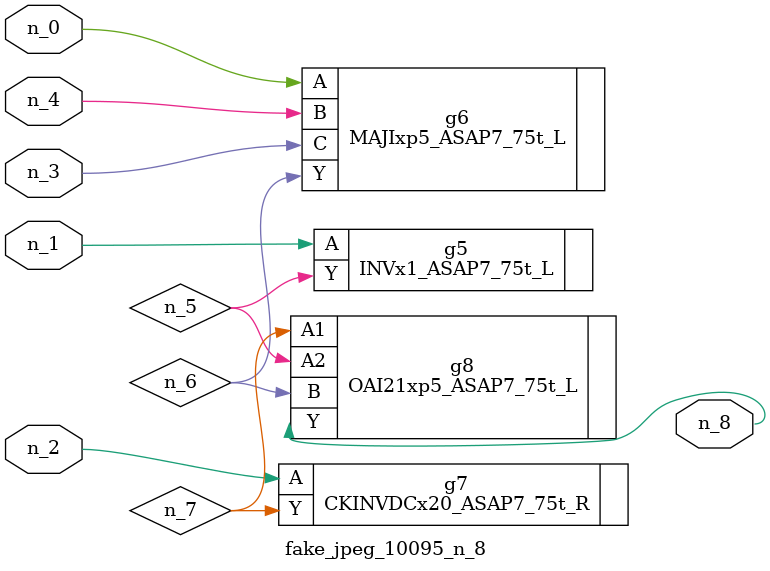
<source format=v>
module fake_jpeg_10095_n_8 (n_3, n_2, n_1, n_0, n_4, n_8);

input n_3;
input n_2;
input n_1;
input n_0;
input n_4;

output n_8;

wire n_6;
wire n_5;
wire n_7;

INVx1_ASAP7_75t_L g5 ( 
.A(n_1),
.Y(n_5)
);

MAJIxp5_ASAP7_75t_L g6 ( 
.A(n_0),
.B(n_4),
.C(n_3),
.Y(n_6)
);

CKINVDCx20_ASAP7_75t_R g7 ( 
.A(n_2),
.Y(n_7)
);

OAI21xp5_ASAP7_75t_L g8 ( 
.A1(n_7),
.A2(n_5),
.B(n_6),
.Y(n_8)
);


endmodule
</source>
